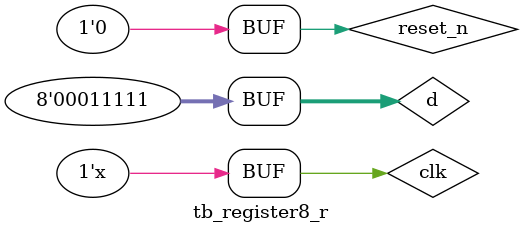
<source format=v>
`timescale 1ns/100ps 
module tb_register8_r; // test bench module name is  tb_register8_r
	reg clk, reset_n; //1bit input
	reg [7:0] d;// 8bit input
	wire [7:0] q; // 8bit output
	
	// instance name is test, use _register8_r
	_register8_r test (clk,reset_n,d,q);
	
	always begin
		#5  clk = ~clk; // set clock
	end
	
	initial begin// start verificate
		clk =1;  reset_n =0; d=8'b00001111; #20;

		d=8'b11110000; #10; 
		
		reset_n =1;//reset off
		 
		d=8'b00011111; #10;
		
		reset_n =0; #15; //reset on
		
		reset_n =1; #20; // reset off
		
		reset_n =0; #10; // reset on
		
		
	end
	
	
endmodule


</source>
